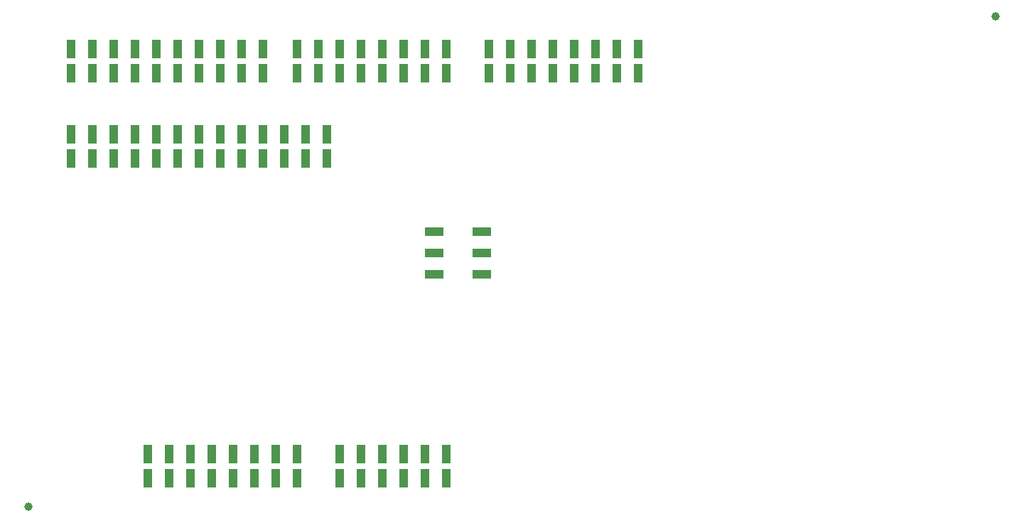
<source format=gbp>
G04*
G04 #@! TF.GenerationSoftware,Altium Limited,Altium Designer,22.10.1 (41)*
G04*
G04 Layer_Color=128*
%FSLAX24Y24*%
%MOIN*%
G70*
G04*
G04 #@! TF.SameCoordinates,909E230D-C440-470E-9760-442CD84647A0*
G04*
G04*
G04 #@! TF.FilePolarity,Positive*
G04*
G01*
G75*
%ADD69R,0.0402X0.0862*%
%ADD75C,0.0394*%
%ADD254R,0.0874X0.0402*%
D69*
X21000Y2423D02*
D03*
Y3577D02*
D03*
X22000D02*
D03*
Y2423D02*
D03*
X23000Y3577D02*
D03*
Y2423D02*
D03*
X25000Y3577D02*
D03*
Y2423D02*
D03*
X24000Y3577D02*
D03*
Y2423D02*
D03*
X20000D02*
D03*
Y3577D02*
D03*
X10400Y22577D02*
D03*
Y21423D02*
D03*
X9400Y22577D02*
D03*
Y21423D02*
D03*
X15400Y22577D02*
D03*
Y21423D02*
D03*
X14400D02*
D03*
Y22577D02*
D03*
X13400Y21423D02*
D03*
Y22577D02*
D03*
X11400Y21423D02*
D03*
Y22577D02*
D03*
X12400Y21423D02*
D03*
Y22577D02*
D03*
X16400D02*
D03*
Y21423D02*
D03*
X7400D02*
D03*
Y22577D02*
D03*
X8400Y21423D02*
D03*
Y22577D02*
D03*
X11000Y3577D02*
D03*
Y2423D02*
D03*
X15000D02*
D03*
Y3577D02*
D03*
X16000Y2423D02*
D03*
Y3577D02*
D03*
X14000Y2423D02*
D03*
Y3577D02*
D03*
X13000Y2423D02*
D03*
Y3577D02*
D03*
X12000D02*
D03*
Y2423D02*
D03*
X18000Y3577D02*
D03*
Y2423D02*
D03*
X17000Y3577D02*
D03*
Y2423D02*
D03*
X16400Y18577D02*
D03*
Y17423D02*
D03*
X19400D02*
D03*
Y18577D02*
D03*
X15400Y17423D02*
D03*
Y18577D02*
D03*
X7400D02*
D03*
Y17423D02*
D03*
X11400D02*
D03*
Y18577D02*
D03*
X12400Y17423D02*
D03*
Y18577D02*
D03*
X10400Y17423D02*
D03*
Y18577D02*
D03*
X9400Y17423D02*
D03*
Y18577D02*
D03*
X8400D02*
D03*
Y17423D02*
D03*
X14400Y18577D02*
D03*
Y17423D02*
D03*
X13400Y18577D02*
D03*
Y17423D02*
D03*
X17400Y18577D02*
D03*
Y17423D02*
D03*
X18400Y18577D02*
D03*
Y17423D02*
D03*
X34000Y21423D02*
D03*
Y22577D02*
D03*
X30000D02*
D03*
Y21423D02*
D03*
X29000Y22577D02*
D03*
Y21423D02*
D03*
X31000Y22577D02*
D03*
Y21423D02*
D03*
X32000Y22577D02*
D03*
Y21423D02*
D03*
X33000D02*
D03*
Y22577D02*
D03*
X27000Y21423D02*
D03*
Y22577D02*
D03*
X28000Y21423D02*
D03*
Y22577D02*
D03*
X25000Y21423D02*
D03*
Y22577D02*
D03*
X21000D02*
D03*
Y21423D02*
D03*
X20000Y22577D02*
D03*
Y21423D02*
D03*
X22000Y22577D02*
D03*
Y21423D02*
D03*
X23000Y22577D02*
D03*
Y21423D02*
D03*
X24000D02*
D03*
Y22577D02*
D03*
X18000Y21423D02*
D03*
Y22577D02*
D03*
X19000Y21423D02*
D03*
Y22577D02*
D03*
D75*
X50768Y24104D02*
D03*
X5411Y1120D02*
D03*
D254*
X24438Y12000D02*
D03*
X26662D02*
D03*
X24438Y13000D02*
D03*
Y14000D02*
D03*
X26662Y13000D02*
D03*
Y14000D02*
D03*
M02*

</source>
